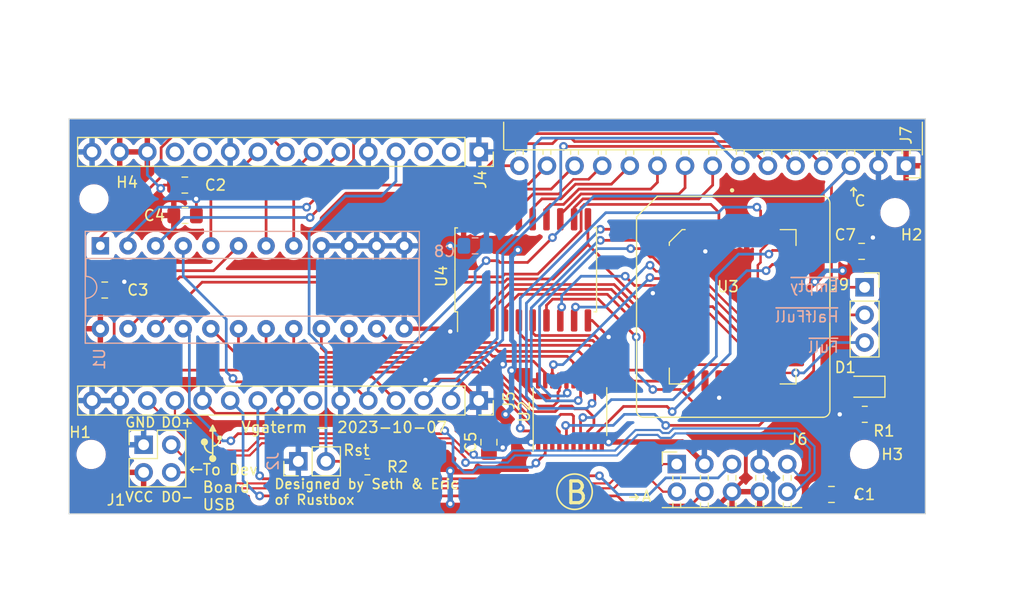
<source format=kicad_pcb>
(kicad_pcb (version 20221018) (generator pcbnew)
  (layers (0 "F.Cu" signal) (31 "B.Cu" signal) (34 "B.Paste" user) (35 "F.Paste" user) (36 "B.SilkS" user "B.Silkscreen") (37 "F.SilkS" user "F.Silkscreen") (38 "B.Mask" user) (39 "F.Mask" user) (44 "Edge.Cuts" user))
  (net 0 "")
  (net 1 "GND")
  (net 2 "VCC")
  (net 3 "Net-(D1-K)")
  (net 4 "/P1")
  (net 5 "/P4")
  (net 6 "/P7")
  (net 7 "/KB_{Rx}")
  (net 8 "/KB_{Tx}")
  (net 9 "/SIO1")
  (net 10 "/CS")
  (net 11 "/SIO3")
  (net 12 "/SIO2")
  (net 13 "/SCLK")
  (net 14 "/SIO0")
  (net 15 "/Half")
  (net 18 "/Rst")
  (net 21 "/~{StartFrame}")
  (net 22 "/DO+")
  (net 23 "/DO-")
  (net 24 "/D7")
  (net 25 "/D6")
  (net 26 "/D5")
  (net 27 "/D4")
  (net 28 "/D3")
  (net 29 "/D2")
  (net 30 "/D1")
  (net 31 "/D0")
  (net 32 "/Clk")
  (net 33 "/Vis")
  (net 34 "/Q7")
  (net 35 "/Q6")
  (net 36 "/Q5")
  (net 37 "/Q4")
  (net 38 "/Q3")
  (net 39 "/Q2")
  (net 40 "/Q1")
  (net 41 "/Q0")
  (net 42 "/Empty")
  (net 43 "/HalfFull")
  (net 44 "/Full")
  (net 45 "/P6")
  (net 46 "/P5")
  (net 47 "/P3")
  (net 48 "/P2")
  (net 49 "/P0")
  (net 50 "/Clk_{pixel}")
  (net 51 "/L4")
  (net 52 "/L5")
  (net 53 "/L6")
  (net 54 "/L7")
  (net 55 "/L3")
  (net 56 "/L2")
  (net 57 "/L1")
  (net 58 "/L0")
  (net 64 "/U0Rxd")
  (net 65 "/U0Txd")
  (net 66 "/U-")
  (net 67 "/U+")
  (footprint "MountingHole:MountingHole_2.2mm_M2" (layer "F.Cu") (at 141.224 57.15)
    (fp_text reference "H2")
    (fp_text value "MountingHole")
  )
  (footprint "LED_SMD:LED_0805_2012Metric_Pad1.15x1.40mm_HandSolder" (layer "F.Cu") (at 138.438999 73.152 180)
    (fp_text reference "D1")
    (fp_text value "LED")
  )
  (footprint "Connector_PinSocket_2.54mm:PinSocket_1x03_P2.54mm_Vertical" (layer "F.Cu") (at 138.43 64.008)
    (fp_text reference "J9")
    (fp_text value "Conn_01x03_Socket")
  )
  (footprint "Resistor_SMD:R_0805_2012Metric_Pad1.20x1.40mm_HandSolder" (layer "F.Cu") (at 92.71 80.518)
    (fp_text reference "R2")
    (fp_text value "R")
  )
  (footprint "Connector_PinSocket_2.54mm:PinSocket_1x15_P2.54mm_Vertical" (layer "F.Cu") (at 102.955 74.422 -90)
    (fp_text reference "J5")
    (fp_text value "Conn_01x15_Socket")
  )
  (footprint "Connector_PinSocket_2.54mm:PinSocket_2x05_P2.54mm_Horizontal" (layer "F.Cu") (at 121.158 80.264 90)
    (fp_text reference "J6")
    (fp_text value "Conn_01x10")
  )
  (footprint "Connector_PinHeader_2.54mm:PinHeader_1x02_P2.54mm_Vertical" (layer "F.Cu") (at 86.36 80.01 90)
    (fp_text reference "J2")
    (fp_text value "Rst")
  )
  (footprint "Resistor_SMD:R_0805_2012Metric_Pad1.20x1.40mm_HandSolder" (layer "F.Cu") (at 138.446 75.692 180)
    (fp_text reference "R1")
    (fp_text value "R")
  )
  (footprint "Package_SO:SOIC-20W_7.5x12.8mm_P1.27mm" (layer "F.Cu") (at 107.273 62.406 90)
    (fp_text reference "U4")
    (fp_text value "74HCT574")
  )
  (footprint "Connector_PinSocket_2.54mm:PinSocket_1x15_P2.54mm_Horizontal" (layer "F.Cu") (at 142.24 52.832 -90)
    (fp_text reference "J7")
    (fp_text value "Conn_01x15")
  )
  (footprint "Connector_PinHeader_2.54mm:PinHeader_2x02_P2.54mm_Vertical" (layer "F.Cu") (at 72.136 78.486)
    (fp_text reference "J1")
    (fp_text value "Conn_01x04")
  )
  (footprint "Capacitor_SMD:C_0805_2012Metric_Pad1.18x1.45mm_HandSolder" (layer "F.Cu") (at 75.9245 54.61 180)
    (fp_text reference "C2")
    (fp_text value "10uF")
  )
  (footprint "Capacitor_SMD:C_0805_2012Metric_Pad1.18x1.45mm_HandSolder" (layer "F.Cu") (at 75.946 57.404 180)
    (fp_text reference "C4")
    (fp_text value "10uF")
  )
  (footprint "MountingHole:MountingHole_2.2mm_M2" (layer "F.Cu") (at 67.564 55.88)
    (fp_text reference "H4")
    (fp_text value "MountingHole")
  )
  (footprint "Package_SO:TSSOP-20_4.4x6.5mm_P0.65mm" (layer "F.Cu") (at 111.337 75.438 90)
    (fp_text reference "U2")
    (fp_text value "74AHCT244")
  )
  (footprint "plcc32:plcc32-socket" (layer "F.Cu") (at 126.3483 65.801)
    (fp_text reference "U3")
    (fp_text value "IDT7205L12JG")
  )
  (footprint "Capacitor_SMD:C_0805_2012Metric_Pad1.18x1.45mm_HandSolder" (layer "F.Cu") (at 135.382 83.058 180)
    (fp_text reference "C1")
    (fp_text value "10uF")
  )
  (footprint "Capacitor_SMD:C_0805_2012Metric_Pad1.18x1.45mm_HandSolder" (layer "F.Cu") (at 103.886 78.2535 90)
    (fp_text reference "C5")
    (fp_text value "100nF")
  )
  (footprint "Connector_PinSocket_2.54mm:PinSocket_1x15_P2.54mm_Vertical" (layer "F.Cu") (at 102.955 51.562 -90)
    (fp_text reference "J4")
    (fp_text value "Conn_01x15_Socket")
  )
  (footprint "MountingHole:MountingHole_2.2mm_M2" (layer "F.Cu") (at 138.43 79.375)
    (fp_text reference "H3")
    (fp_text value "MountingHole")
  )
  (footprint "Capacitor_SMD:C_0805_2012Metric_Pad1.18x1.45mm_HandSolder" (layer "F.Cu") (at 138.1545 60.706 180)
    (fp_text reference "C7")
    (fp_text value "100nF")
  )
  (footprint "MountingHole:MountingHole_2.2mm_M2" (layer "F.Cu") (at 67.31 79.375)
    (fp_text reference "H1")
    (fp_text value "MountingHole")
  )
  (footprint "Capacitor_SMD:C_0805_2012Metric_Pad1.18x1.45mm_HandSolder" (layer "F.Cu") (at 68.5585 64.262 180)
    (fp_text reference "C3")
    (fp_text value "100nF")
  )
  (footprint "Capacitor_SMD:C_0805_2012Metric_Pad1.18x1.45mm_HandSolder" (layer "B.Cu") (at 102.616 60.198 180)
    (fp_text reference "C8")
    (fp_text value "100nF")
  )
  (footprint "Package_DIP:DIP-24_W7.62mm_Socket" (layer "B.Cu") (at 68.157 60.198 -90)
    (fp_text reference "U1")
    (fp_text value "GAL22V10")
  )
  (gr_circle (center 77.724 78.232) (end 77.978 78.232) (stroke (width 0.15)) (fill solid) (layer "F.SilkS"))
  (gr_line (start 117.602 83.312) (end 117.348 83.566) (stroke (width 0.15)) (layer "F.SilkS"))
  (gr_rect (start 78.994 77.724) (end 79.248 77.978) (stroke (width 0.15)) (fill solid) (layer "F.SilkS"))
  (gr_line (start 77.47 80.772) (end 76.454 80.772) (stroke (width 0.15)) (layer "F.SilkS"))
  (gr_line (start 76.454 80.772) (end 76.708 80.518) (stroke (width 0.15)) (layer "F.SilkS"))
  (gr_poly (pts (xy 78.74 77.216) (xy 78.486 76.708) (xy 78.232 77.216)) (stroke (width 0.15)) (fill solid) (layer "F.SilkS"))
  (gr_arc (start 78.486 79.248) (mid 77.947185 79.024815) (end 77.724 78.486) (stroke (width 0.15)) (layer "F.SilkS"))
  (gr_line (start 137.414 54.864001) (end 137.16 55.118) (stroke (width 0.15)) (layer "F.SilkS"))
  (gr_line (start 116.84 83.312) (end 117.602 83.312) (stroke (width 0.15)) (layer "F.SilkS"))
  (gr_line (start 137.414 55.626) (end 137.414 54.864001) (stroke (width 0.15)) (layer "F.SilkS"))
  (gr_line (start 78.486 79.502) (end 78.486 77.216) (stroke (width 0.15)) (layer "F.SilkS"))
  (gr_circle (center 111.76 82.804) (end 113.03 81.788) (stroke (width 0.15)) (fill none) (layer "F.SilkS"))
  (gr_circle (center 78.486 79.756) (end 78.74 79.756) (stroke (width 0.15)) (fill solid) (layer "F.SilkS"))
  (gr_arc (start 79.121 77.978) (mid 78.935013 78.427013) (end 78.486 78.613) (stroke (width 0.15)) (layer "F.SilkS"))
  (gr_line (start 117.348 83.058) (end 117.602 83.312) (stroke (width 0.15)) (layer "F.SilkS"))
  (gr_line (start 137.414 54.864001) (end 137.668 55.118) (stroke (width 0.15)) (layer "F.SilkS"))
  (gr_line (start 76.454 80.772) (end 76.708 81.026) (stroke (width 0.15)) (layer "F.SilkS"))
  (gr_line (start 65.278 53.34) (end 65.278 48.514) (stroke (width 0.1)) (layer "Edge.Cuts"))
  (gr_line (start 144.018 48.514) (end 65.278 48.514) (stroke (width 0.1)) (layer "Edge.Cuts"))
  (gr_line (start 65.278 53.34) (end 65.278 84.836) (stroke (width 0.1)) (layer "Edge.Cuts"))
  (gr_line (start 144.018 84.836) (end 144.018 48.514) (stroke (width 0.1)) (layer "Edge.Cuts"))
  (gr_line (start 144.018 84.836) (end 65.278 84.836) (stroke (width 0.1)) (layer "Edge.Cuts"))
  (gr_text "~{Full}" (at 136.144 70.104) (layer "B.SilkS") (effects (font (size 1 1)) (justify left bottom mirror)))
  (gr_text "~{Empty}" (at 136.144 64.516) (layer "B.SilkS") (effects (font (size 1 1)) (justify left bottom mirror)))
  (gr_text "~{HalfFull}" (at 136.144 67.31) (layer "B.SilkS") (effects (font (size 1 1)) (justify left bottom mirror)))
  (gr_text "VCC" (at 70.358 83.82) (layer "F.SilkS") (effects (font (size 0.9 0.9)) (justify left bottom)))
  (gr_text "To Dev \nBoard\nUSB" (at 77.47 84.582) (layer "F.SilkS") (effects (font (size 1 1)) (justify left bottom)))
  (gr_text "C" (at 137.414 56.642) (layer "F.SilkS") (effects (font (size 1 1)) (justify left bottom)))
  (gr_text "Designed by Seth & Eric\nof Rustbox" (at 84.074 84.074) (layer "F.SilkS") (effects (font (size 0.9 0.9)) (justify left bottom)))
  (gr_text "DO-" (at 73.66 83.82) (layer "F.SilkS") (effects (font (size 0.9 0.9)) (justify left bottom)))
  (gr_text "Vgaterm - 2023-10-07" (at 81.026 77.47) (layer "F.SilkS") (effects (font (size 1 1)) (justify left bottom)))
  (gr_text "DO+" (at 73.66 76.962) (layer "F.SilkS") (effects (font (size 0.9 0.9)) (justify left bottom)))
  (gr_text "A" (at 117.856 83.82) (layer "F.SilkS") (effects (font (size 1 1)) (justify left bottom)))
  (gr_text "GND" (at 70.358 76.962) (layer "F.SilkS") (effects (font (size 0.9 0.9)) (justify left bottom)))
  (gr_text "B" (at 110.744 84.074) (layer "F.SilkS") (effects (font (size 2 2) (thickness 0.3)) (justify left bottom)))
  (segment (start 119.01025 64.49475) (end 118.957 64.548) (width 0.25) (layer "F.Cu") (net 1))
  (segment (start 105.4305 70.808) (end 107.983041 70.808) (width 0.25) (layer "F.Cu") (net 1))
  (segment (start 120.735 64.49475) (end 119.01025 64.49475) (width 0.25) (layer "F.Cu") (net 1))
  (segment (start 121.666 78.232) (end 114.893 78.232) (width 0.5) (layer "F.Cu") (net 1))
  (segment (start 76.9835 55.9015) (end 76.962 55.88) (width 0.25) (layer "F.Cu") (net 1))
  (segment (start 84 75.597) (end 78.73 75.597) (width 0.25) (layer "F.Cu") (net 1))
  (segment (start 114.262 78.3005) (end 114.8245 78.3005) (width 0.25) (layer "F.Cu") (net 1))
  (segment (start 113.369 67.056) (end 114.893 68.58) (width 0.25) (layer "F.Cu") (net 1))
  (segment (start 101.0595 72.5265) (end 98.044 72.5265) (width 0.4) (layer "F.Cu") (net 1))
  (segment (start 69.596 64.262) (end 70.358 63.5) (width 0.25) (layer "F.Cu") (net 1))
  (segment (start 112.988 67.056) (end 113.369 67.056) (width 0.25) (layer "F.Cu") (net 1))
  (segment (start 76.9835 57.404) (end 76.9835 55.9015) (width 0.25) (layer "F.Cu") (net 1))
  (segment (start 137.446 75.692) (end 136.144 75.692) (width 0.25) (layer "F.Cu") (net 1))
  (segment (start 109.062 71.886959) (end 109.062 72.5755) (width 0.25) (layer "F.Cu") (net 1))
  (segment (start 139.192 60.706) (end 139.192 59.436) (width 0.25) (layer "F.Cu") (net 1))
  (segment (start 105.156 71.0825) (end 105.4305 70.808) (width 0.25) (layer "F.Cu") (net 1))
  (segment (start 102.955 74.422) (end 101.0595 72.5265) (width 0.4) (layer "F.Cu") (net 1))
  (segment (start 107.983041 70.808) (end 109.062 71.886959) (width 0.25) (layer "F.Cu") (net 1))
  (segment (start 104.097 79.291) (end 104.648 78.74) (width 0.3) (layer "F.Cu") (net 1))
  (segment (start 101.558 67.056) (end 100.33 67.056) (width 0.25) (layer "F.Cu") (net 1))
  (segment (start 104.648 78.74) (end 105.156 78.74) (width 0.3) (layer "F.Cu") (net 1))
  (segment (start 123.752466 60.675466) (end 123.783 60.706) (width 0.25) (layer "F.Cu") (net 1))
  (segment (start 78.73 75.597) (end 77.555 74.422) (width 0.25) (layer "F.Cu") (net 1))
  (segment (start 85.175 74.422) (end 84 75.597) (width 0.25) (layer "F.Cu") (net 1))
  (segment (start 100.33 68.072) (end 100.33 67.056) (width 0.25) (layer "F.Cu") (net 1))
  (segment (start 125.031632 72.6385) (end 125.031632 74.146632) (width 0.25) (layer "F.Cu") (net 1))
  (segment (start 125.031632 74.146632) (end 125.053 74.168) (width 0.25) (layer "F.Cu") (net 1))
  (segment (start 103.886 79.291) (end 104.097 79.291) (width 0.4) (layer "F.Cu") (net 1))
  (segment (start 76.962 54.61) (end 76.962 55.88) (width 0.25) (layer "F.Cu") (net 1))
  (segment (start 107.8495 78.3005) (end 107.781 78.232) (width 0.25) (layer "F.Cu") (net 1))
  (segment (start 108.412 78.3005) (end 107.8495 78.3005) (width 0.25) (layer "F.Cu") (net 1))
  (segment (start 114.8245 78.3005) (end 114.893 78.232) (width 0.25) (layer "F.Cu") (net 1))
  (segment (start 136.4195 83.058) (end 137.414 83.058) (width 0.25) (layer "F.Cu") (net 1))
  (segment (start 123.752466 58.9635) (end 123.752466 60.675466) (width 0.25) (layer "F.Cu") (net 1))
  (segment (start 100.33 67.818) (end 96.097 67.818) (width 0.4) (layer "F.Cu") (net 1))
  (segment (start 137.414 83.058) (end 137.668 83.312) (width 0.25) (layer "F.Cu") (net 1))
  (segment (start 123.698 80.264) (end 121.666 78.232) (width 0.5) (layer "F.Cu") (net 1))
  (via (at 105.156 78.74) (size 0.8) (drill 0.4) (layers "F.Cu" "B.Cu") (net 1))
  (via (at 76.962 55.88) (size 0.8) (drill 0.4) (layers "F.Cu" "B.Cu") (net 1))
  (via (at 105.156 71.0825) (size 0.8) (drill 0.4) (layers "F.Cu" "B.Cu") (net 1))
  (via (at 136.144 75.692) (size 0.8) (drill 0.4) (layers "F.Cu" "B.Cu") (net 1))
  (via (at 70.358 63.5) (size 0.8) (drill 0.4) (layers "F.Cu" "B.Cu") (net 1))
  (via (at 114.893 68.58) (size 0.8) (drill 0.4) (layers "F.Cu" "B.Cu") (net 1))
  (via (at 123.783 60.706) (size 0.8) (drill 0.4) (layers "F.Cu" "B.Cu") (net 1))
  (via (at 100.33 68.072) (size 0.8) (drill 0.4) (layers "F.Cu" "B.Cu") (net 1))
  (via (at 139.192 59.436) (size 0.8) (drill 0.4) (layers "F.Cu" "B.Cu") (net 1))
  (via (at 137.668 83.312) (size 0.8) (drill 0.4) (layers "F.Cu" "B.Cu") (net 1))
  (via (at 114.893 78.232) (size 0.8) (drill 0.4) (layers "F.Cu" "B.Cu") (net 1))
  (via (at 125.053 74.168) (size 0.8) (drill 0.4) (layers "F.Cu" "B.Cu") (net 1))
  (via (at 118.957 64.548) (size 0.8) (drill 0.4) (layers "F.Cu" "B.Cu") (net 1))
  (via (at 107.781 78.232) (size 0.8) (drill 0.4) (layers "F.Cu" "B.Cu") (net 1))
  (via (at 98.044 72.5265) (size 0.8) (drill 0.4) (layers "F.Cu" "B.Cu") (net 1))
  (segment (start 102.616 74.422) (end 100.838 76.2) (width 0.35) (layer "B.Cu") (net 1))
  (segment (start 103.632 60.198) (end 102.362 61.468) (width 0.5) (layer "B.Cu") (net 1))
  (segment (start 128.778 80.264) (end 129.54 81.026) (width 0.5) (layer "B.Cu") (net 1))
  (segment (start 98.044 70.358) (end 100.33 68.072) (width 0.25) (layer "B.Cu") (net 1))
  (segment (start 129.54 81.026) (end 130.048 81.534) (width 0.5) (layer "B.Cu") (net 1))
  (segment (start 103.6535 60.198) (end 103.632 60.198) (width 0.25) (layer "B.Cu") (net 1))
  (segment (start 130.048 81.534) (end 130.048 83.82) (width 0.35) (layer "B.Cu") (net 1))
  (segment (start 102.955 74.422) (end 102.616 74.422) (width 0.25) (layer "B.Cu") (net 1))
  (segment (start 98.044 72.5265) (end 98.044 70.358) (width 0.25) (layer "B.Cu") (net 1))
  (segment (start 105.41 75.692) (end 105.41 77.47) (width 0.5) (layer "F.Cu") (net 2))
  (segment (start 105.41 77.47) (end 106.172 78.232) (width 0.5) (layer "F.Cu") (net 2))
  (segment (start 74.887 54.61) (end 74.007598 54.61) (width 0.25) (layer "F.Cu") (net 2))
  (segment (start 126.238 82.804) (end 127.254 81.788) (width 0.35) (layer "F.Cu") (net 2))
  (segment (start 104.696768 80.977232) (end 100.535232 80.977232) (width 0.5) (layer "F.Cu") (net 2))
  (segment (start 104.902 80.772) (end 104.696768 80.977232) (width 0.5) (layer "F.Cu") (net 2))
  (segment (start 127.508 81.534) (end 127.508 79.248) (width 0.35) (layer "F.Cu") (net 2))
  (segment (start 108.412 72.5755) (end 106.582287 72.5755) (width 0.25) (layer "F.Cu") (net 2))
  (segment (start 131.86 64.49475) (end 132.86325 64.49475) (width 0.25) (layer "F.Cu") (net 2))
  (segment (start 106.582287 72.5755) (end 105.968716 71.961929) (width 0.25) (layer "F.Cu") (net 2))
  (segment (start 100.4505 80.8925) (end 100.33 80.8925) (width 0.5) (layer "F.Cu") (net 2))
  (segment (start 115.316 84.582) (end 124.46 84.582) (width 0.45) (layer "F.Cu") (net 2))
  (segment (start 127.254 81.788) (end 127.508 81.534) (width 0.35) (layer "F.Cu") (net 2))
  (segment (start 74.007598 54.61) (end 73.706799 54.910799) (width 0.25) (layer "F.Cu") (net 2))
  (segment (start 106.172 78.232) (end 106.172 79.502) (width 0.5) (layer "F.Cu") (net 2))
  (segment (start 124.46 84.582) (end 126.238 82.804) (width 0.45) (layer "F.Cu") (net 2))
  (segment (start 106.172 79.502) (end 104.902 80.772) (width 0.5) (layer "F.Cu") (net 2))
  (segment (start 115.062 84.328) (end 115.316 84.582) (width 0.45) (layer "F.Cu") (net 2))
  (segment (start 105.968716 71.961929) (end 105.968716 71.664306) (width 0.25) (layer "F.Cu") (net 2))
  (segment (start 132.86325 64.49475) (end 133.858 63.5) (width 0.4) (layer "F.Cu") (net 2))
  (segment (start 100.535232 80.977232) (end 100.4505 80.8925) (width 0.5) (layer "F.Cu") (net 2))
  (via (at 106.552647 60.578647) (size 0.8) (drill 0.4) (layers "F.Cu" "B.Cu") (net 2))
  (via (at 100.33 60.198) (size 0.8) (drill 0.4) (layers "F.Cu" "B.Cu") (net 2))
  (via (at 105.968716 71.664306) (size 0.8) (drill 0.4) (layers "F.Cu" "B.Cu") (net 2))
  (via (at 100.33 83.916) (size 0.8) (drill 0.4) (layers "F.Cu" "B.Cu") (net 2))
  (via (at 133.858 63.5) (size 0.8) (drill 0.4) (layers "F.Cu" "B.Cu") (net 2))
  (via (at 136.398 62.484) (size 0.8) (drill 0.4) (layers "F.Cu" "B.Cu") (net 2))
  (via (at 105.41 75.692) (size 0.8) (drill 0.4) (layers "F.Cu" "B.Cu") (net 2))
  (via (at 100.33 80.8925) (size 0.8) (drill 0.4) (layers "F.Cu" "B.Cu") (net 2))
  (via (at 73.706799 54.910799) (size 0.8) (drill 0.4) (layers "F.Cu" "B.Cu") (net 2))
  (segment (start 105.968716 75.133284) (end 105.41 75.692) (width 0.5) (layer "B.Cu") (net 2))
  (segment (start 106.215 69.131) (end 106.215 71.418022) (width 0.45) (layer "B.Cu") (net 2))
  (segment (start 134.874 62.484) (end 136.398 62.484) (width 0.4) (layer "B.Cu") (net 2))
  (segment (start 100.33 80.8925) (end 100.33 83.916) (width 0.5) (layer "B.Cu") (net 2))
  (segment (start 105.968716 68.884716) (end 106.215 69.131) (width 0.45) (layer "B.Cu") (net 2))
  (segment (start 105.968716 61.264716) (end 105.968716 68.884716) (width 0.45) (layer "B.Cu") (net 2))
  (segment (start 105.968716 61.162578) (end 106.552647 60.578647) (width 0.45) (layer "B.Cu") (net 2))
  (segment (start 101.5785 60.198) (end 100.33 60.198) (width 0.25) (layer "B.Cu") (net 2))
  (segment (start 133.858 63.5) (end 134.874 62.484) (width 0.4) (layer "B.Cu") (net 2))
  (segment (start 73.706799 54.910799) (end 72.475 53.679) (width 0.25) (layer "B.Cu") (net 2))
  (segment (start 105.968716 61.264716) (end 105.968716 61.162578) (width 0.45) (layer "B.Cu") (net 2))
  (segment (start 106.215 71.418022) (end 105.968716 71.664306) (width 0.45) (layer "B.Cu") (net 2))
  (segment (start 105.968716 71.664306) (end 105.968716 75.133284) (width 0.5) (layer "B.Cu") (net 2))
  (segment (start 72.475 53.679) (end 72.475 51.562) (width 0.25) (layer "B.Cu") (net 2))
  (segment (start 139.446 75.692) (end 139.446 73.169999) (width 0.25) (layer "F.Cu") (net 3))
  (segment (start 109.22 52.832) (end 107.522 54.53) (width 0.25) (layer "F.Cu") (net 4))
  (segment (start 107.522 54.53) (end 106.299 54.53) (width 0.25) (layer "F.Cu") (net 4))
  (segment (start 106.299 54.53) (end 104.098 56.731) (width 0.25) (layer "F.Cu") (net 4))
  (segment (start 104.098 56.731) (end 104.098 57.756) (width 0.25) (layer "F.Cu") (net 4))
  (segment (start 108.759 55.88) (end 107.908 56.731) (width 0.25) (layer "F.Cu") (net 5))
  (segment (start 110.49 55.88) (end 108.759 55.88) (width 0.25) (layer "F.Cu") (net 5))
  (segment (start 107.908 56.731) (end 107.908 57.756) (width 0.25) (layer "F.Cu") (net 5))
  (segment (start 116.84 52.832) (end 115.142 54.53) (width 0.25) (layer "F.Cu") (net 5))
  (segment (start 111.84 54.53) (end 110.49 55.88) (width 0.25) (layer "F.Cu") (net 5))
  (segment (start 115.142 54.53) (end 111.84 54.53) (width 0.25) (layer "F.Cu") (net 5))
  (segment (start 123.19 55.88) (end 124.46 54.61) (width 0.25) (layer "F.Cu") (net 6))
  (segment (start 111.718 56.692853) (end 112.530853 55.88) (width 0.25) (layer "F.Cu") (net 6))
  (segment (start 112.530853 55.88) (end 123.19 55.88) (width 0.25) (layer "F.Cu") (net 6))
  (segment (start 111.718 57.756) (end 111.718 56.692853) (width 0.25) (layer "F.Cu") (net 6))
  (segment (start 124.46 54.61) (end 124.46 52.832) (width 0.25) (layer "F.Cu") (net 6))
  (segment (start 104.58463 68.77063) (end 104.648 68.70726) (width 0.25) (layer "B.Cu") (net 7))
  (segment (start 108.045 50.959) (end 108.458 50.546) (width 0.25) (layer "B.Cu") (net 7))
  (segment (start 124.46 50.292) (end 108.712 50.292) (width 0.25) (layer "B.Cu") (net 7))
  (segment (start 100.77463 72.58063) (end 104.58463 68.77063) (width 0.25) (layer "B.Cu") (net 7))
  (segment (start 97.875 74.208605) (end 99.502975 72.58063) (width 0.25) (layer "B.Cu") (net 7))
  (segment (start 104.648 65.024) (end 104.648 60.822299) (width 0.25) (layer "B.Cu") (net 7))
  (segment (start 99.502975 72.58063) (end 100.77463 72.58063) (width 0.25) (layer "B.Cu") (net 7))
  (segment (start 108.712 50.292) (end 108.458 50.546) (width 0.25) (layer "B.Cu") (net 7))
  (segment (start 104.648 68.70726) (end 104.648 65.024) (width 0.25) (layer "B.Cu") (net 7))
  (segment (start 127 52.832) (end 124.46 50.292) (width 0.25) (layer "B.Cu") (net 7))
  (segment (start 97.875 74.422) (end 97.875 74.208605) (width 0.25) (layer "B.Cu") (net 7))
  (segment (start 104.648 60.822299) (end 105.72215 59.748149) (width 0.25) (layer "B.Cu") (net 7))
  (segment (start 105.72215 59.748149) (end 108.045 57.425299) (width 0.25) (layer "B.Cu") (net 7))
  (segment (start 108.045 57.425299) (end 108.045 50.959) (width 0.25) (layer "B.Cu") (net 7))
  (segment (start 110.744 51.054) (end 127.762 51.054) (width 0.25) (layer "F.Cu") (net 8))
  (segment (start 127.762 51.054) (end 129.54 52.832) (width 0.25) (layer "F.Cu") (net 8))
  (via (at 110.744 51.054) (size 0.8) (drill 0.4) (layers "F.Cu" "B.Cu") (net 8))
  (segment (start 105.156 68.835656) (end 105.156 64.516) (width 0.25) (layer "B.Cu") (net 8))
  (segment (start 105.156 60.950695) (end 110.49 55.616695) (width 0.25) (layer "B.Cu") (net 8))
  (segment (start 100.415 74.422) (end 100.415 73.576656) (width 0.25) (layer "B.Cu") (net 8))
  (segment (start 100.415 73.576656) (end 105.156 68.835656) (width 0.25) (layer "B.Cu") (net 8))
  (segment (start 110.49 55.616695) (end 110.49 51.308) (width 0.25) (layer "B.Cu") (net 8))
  (segment (start 105.156 64.516) (end 105.156 60.950695) (width 0.25) (layer "B.Cu") (net 8))
  (segment (start 110.49 51.308) (end 110.744 51.054) (width 0.25) (layer "B.Cu") (net 8))
  (segment (start 78.571 62.484) (end 80.857 60.198) (width 0.25) (layer "F.Cu") (net 9))
  (segment (start 82.127 72.252) (end 81.503 71.628) (width 0.25) (layer "F.Cu") (net 9))
  (segment (start 81.503 71.628) (end 71.882 71.628) (width 0.25) (layer "F.Cu") (net 9))
  (segment (start 71.882 71.628) (end 69.427 69.173) (width 0.25) (layer "F.Cu") (net 9))
  (segment (start 93.165 72.252) (end 82.127 72.252) (width 0.25) (layer "F.Cu") (net 9))
  (segment (start 73.491 62.484) (end 78.571 62.484) (width 0.25) (layer "F.Cu") (net 9))
  (segment (start 95.335 74.422) (end 93.165 72.252) (width 0.25) (layer "F.Cu") (net 9))
  (segment (start 69.427 69.173) (end 69.427 66.548) (width 0.25) (layer "F.Cu") (net 9))
  (segment (start 69.427 66.548) (end 73.491 62.484) (width 0.25) (layer "F.Cu") (net 9))
  (segment (start 85.937 55.88) (end 90.255 51.562) (width 0.25) (layer "F.Cu") (net 11))
  (segment (start 85.937 59.436) (end 85.937 55.88) (width 0.25) (layer "F.Cu") (net 11))
  (segment (start 83.397 55.88) (end 87.715 51.562) (width 0.25) (layer "F.Cu") (net 12))
  (segment (start 83.397 59.436) (end 83.397 55.88) (width 0.25) (layer "F.Cu") (net 12))
  (segment (start 68.157 59.436) (end 73.745 53.848) (width 0.25) (layer "F.Cu") (net 13))
  (segment (start 74.877299 50.038) (end 83.651 50.038) (width 0.25) (layer "F.Cu") (net 13))
  (segment (start 73.745 53.848) (end 73.745 51.170299) (width 0.25) (layer "F.Cu") (net 13))
  (segment (start 73.745 51.170299) (end 74.877299 50.038) (width 0.25) (layer "F.Cu") (net 13))
  (segment (start 83.651 50.038) (end 85.175 51.562) (width 0.25) (layer "F.Cu") (net 13))
  (segment (start 82.635 51.562) (end 78.317 55.88) (width 0.25) (layer "F.Cu") (net 14))
  (segment (start 78.317 55.88) (end 78.317 59.436) (width 0.25) (layer "F.Cu") (net 14))
  (segment (start 112.363 56.684249) (end 112.659249 56.388) (width 0.25) (layer "F.Cu") (net 15))
  (segment (start 75.465 63.05) (end 105.098 63.05) (width 0.25) (layer "F.Cu") (net 15))
  (segment (start 112.659249 56.388) (end 124.291 56.388) (width 0.25) (layer "F.Cu") (net 15))
  (segment (start 105.098 63.05) (end 105.352 62.796) (width 0.25) (layer "F.Cu") (net 15))
  (segment (start 125.031632 57.128632) (end 125.031632 58.9635) (width 0.25) (layer "F.Cu") (net 15))
  (segment (start 124.291 56.388) (end 125.031632 57.128632) (width 0.25) (layer "F.Cu") (net 15))
  (segment (start 108.374751 62.796) (end 112.363 58.807751) (width 0.25) (layer "F.Cu") (net 15))
  (segment (start 105.352 62.796) (end 108.374751 62.796) (width 0.25) (layer "F.Cu") (net 15))
  (segment (start 112.363 58.807751) (end 112.363 56.684249) (width 0.25) (layer "F.Cu") (net 15))
  (segment (start 70.697 67.818) (end 75.465 63.05) (width 0.25) (layer "F.Cu") (net 15))
  (segment (start 90.17 80.01) (end 90.678 80.518) (width 0.25) (layer "F.Cu") (net 18))
  (segment (start 90.678 80.518) (end 91.71 80.518) (width 0.25) (layer "F.Cu") (net 18))
  (segment (start 88.9 80.01) (end 90.17 80.01) (width 0.25) (layer "F.Cu") (net 18))
  (segment (start 93.98 55.626) (end 95.335 54.271) (width 0.25) (layer "B.Cu") (net 18))
  (segment (start 88.9 80.01) (end 88.9 69.824878) (width 0.25) (layer "B.Cu") (net 18))
  (segment (start 88.9 69.824878) (end 87.352 68.276878) (width 0.25) (layer "B.Cu") (net 18))
  (segment (start 95.335 54.271) (end 95.335 51.562) (width 0.25) (layer "B.Cu") (net 18))
  (segment (start 87.352 58.952) (end 90.678 55.626) (width 0.25) (layer "B.Cu") (net 18))
  (segment (start 90.678 55.626) (end 93.98 55.626) (width 0.25) (layer "B.Cu") (net 18))
  (segment (start 87.352 68.276878) (end 87.352 58.952) (width 0.25) (layer "B.Cu") (net 18))
  (segment (start 137.16 52.832) (end 135.382 54.61) (width 0.25) (layer "F.Cu") (net 21))
  (segment (start 135.382 63.264) (end 132.86 65.786) (width 0.25) (layer "F.Cu") (net 21))
  (segment (start 80.661 72.702) (end 91.075 72.702) (width 0.25) (layer "F.Cu") (net 21))
  (segment (start 80.349 72.39) (end 80.661 72.702) (width 0.25) (layer "F.Cu") (net 21))
  (segment (start 107.442 61.722) (end 109.728 59.436) (width 0.25) (layer "F.Cu") (net 21))
  (segment (start 91.075 72.702) (end 92.795 74.422) (width 0.25) (layer "F.Cu") (net 21))
  (segment (start 132.86 65.786) (end 131.86 65.786) (width 0.25) (layer "F.Cu") (net 21))
  (segment (start 135.382 54.61) (end 135.382 63.264) (width 0.25) (layer "F.Cu") (net 21))
  (segment (start 104.7435 61.5635) (end 104.902 61.722) (width 0.25) (layer "F.Cu") (net 21))
  (segment (start 104.902 61.722) (end 107.442 61.722) (width 0.25) (layer "F.Cu") (net 21))
  (segment (start 103.632 61.5635) (end 104.7435 61.5635) (width 0.25) (layer "F.Cu") (net 21))
  (via (at 103.632 61.5635) (size 0.8) (drill 0.4) (layers "F.Cu" "B.Cu") (net 21))
  (via (at 109.728 59.436) (size 0.8) (drill 0.4) (layers "F.Cu" "B.Cu") (net 21))
  (via (at 80.349 72.39) (size 0.8) (drill 0.4) (layers "F.Cu" "B.Cu") (net 21))
  (segment (start 134.366 55.626) (end 137.16 52.832) (width 0.25) (layer "B.Cu") (net 21))
  (segment (start 102.616 62.5795) (end 103.632 61.5635) (width 0.25) (layer "B.Cu") (net 21))
  (segment (start 109.728 59.436) (end 113.538 55.626) (width 0.25) (layer "B.Cu") (net 21))
  (segment (start 113.538 55.626) (end 134.366 55.626) (width 0.25) (layer "B.Cu") (net 21))
  (segment (start 102.616 63.490695) (end 102.616 62.5795) (width 0.25) (layer "B.Cu") (net 21))
  (segment (start 92.795 73.311695) (end 102.616 63.490695) (width 0.25) (layer "B.Cu") (net 21))
  (segment (start 75.777 60.198) (end 75.777 62.992) (width 0.25) (layer "B.Cu") (net 21))
  (segment (start 75.777 62.992) (end 79.732 66.947) (width 0.25) (layer "B.Cu") (net 21))
  (segment (start 79.732 71.773) (end 80.349 72.39) (width 0.25) (layer "B.Cu") (net 21))
  (segment (start 92.795 74.422) (end 92.795 73.311695) (width 0.25) (layer "B.Cu") (net 21))
  (segment (start 79.732 66.947) (end 79.732 71.773) (width 0.25) (layer "B.Cu") (net 21))
  (segment (start 114.9978 82.042) (end 78.232 82.042) (width 0.2) (layer "F.Cu") (net 22))
  (segment (start 119.882999 80.264) (end 121.158 80.264) (width 0.2) (layer "F.Cu") (net 22))
  (segment (start 118.837999 81.309) (end 119.882999 80.264) (width 0.2) (layer "F.Cu") (net 22))
  (segment (start 115.7308 81.309) (end 118.837999 81.309) (width 0.2) (layer "F.Cu") (net 22))
  (segment (start 114.9978 82.042) (end 115.7308 81.309) (width 0.2) (layer "F.Cu") (net 22))
  (segment (start 78.232 82.042) (end 74.676 78.486) (width 0.2) (layer "F.Cu") (net 22))
  (segment (start 115.374 82.492) (end 78.045603 82.492) (width 0.2) (layer "F.Cu") (net 23))
  (segment (start 115.374 82.492) (end 116.107 81.759) (width 0.2) (layer "F.Cu") (net 23))
  (segment (start 119.882999 82.804) (end 121.158 82.804) (width 0.2) (layer "F.Cu") (net 23))
  (segment (start 118.837999 81.759) (end 119.882999 82.804) (width 0.2) (layer "F.Cu") (net 23))
  (segment (start 78.045603 82.492) (end 76.579603 81.026) (width 0.2) (layer "F.Cu") (net 23))
  (segment (start 116.107 81.759) (end 118.837999 81.759) (width 0.2) (layer "F.Cu") (net 23))
  (segment (start 76.579603 81.026) (end 74.676 81.026) (width 0.2) (layer "F.Cu") (net 23))
  (segment (start 104.549396 69.088) (end 104.803396 69.342) (width 0.25) (layer "F.Cu") (net 24))
  (segment (start 104.803396 69.342) (end 113.115 69.342) (width 0.25) (layer "F.Cu") (net 24))
  (segment (start 113.115 69.342) (end 114.262 70.489) (width 0.25) (layer "F.Cu") (net 24))
  (segment (start 114.262 70.489) (end 114.262 72.5755) (width 0.25) (layer "F.Cu") (net 24))
  (segment (start 93.557 67.818) (end 94.827 69.088) (width 0.25) (layer "F.Cu") (net 24))
  (segment (start 94.827 69.088) (end 104.549396 69.088) (width 0.25) (layer "F.Cu") (net 24))
  (segment (start 104.377 69.552) (end 104.733 69.908) (width 0.25) (layer "F.Cu") (net 25))
  (segment (start 112.962 70.713) (end 112.962 72.5755) (width 0.25) (layer "F.Cu") (net 25))
  (segment (start 91.017 67.818) (end 91.017 69.173) (width 0.25) (layer "F.Cu") (net 25))
  (segment (start 112.157 69.908) (end 112.962 70.713) (width 0.25) (layer "F.Cu") (net 25))
  (segment (start 91.396 69.552) (end 104.377 69.552) (width 0.25) (layer "F.Cu") (net 25))
  (segment (start 91.017 69.173) (end 91.396 69.552) (width 0.25) (layer "F.Cu") (net 25))
  (segment (start 104.733 69.908) (end 112.157 69.908) (width 0.25) (layer "F.Cu") (net 25))
  (segment (start 111.083 70.358) (end 111.662 70.937) (width 0.25) (layer "F.Cu") (net 26))
  (segment (start 88.477 69.596) (end 88.883 70.002) (width 0.25) (layer "F.Cu") (net 26))
  (segment (start 104.225 70.358) (end 111.083 70.358) (width 0.25) (layer "F.Cu") (net 26))
  (segment (start 111.662 70.937) (end 111.662 72.5755) (width 0.25) (layer "F.Cu") (net 26))
  (segment (start 88.477 69.596) (end 88.477 67.818) (width 0.25) (layer "F.Cu") (net 26))
  (segment (start 88.883 70.002) (end 103.869 70.002) (width 0.25) (layer "F.Cu") (net 26))
  (segment (start 103.869 70.002) (end 104.225 70.358) (width 0.25) (layer "F.Cu") (net 26))
  (segment (start 85.937 69.85) (end 86.539 70.452) (width 0.25) (layer "F.Cu") (net 27))
  (segment (start 107.912188 74.93) (end 109.813 74.93) (width 0.25) (layer "F.Cu") (net 27))
  (segment (start 110.362 72.5755) (end 110.362 73.534) (width 0.25) (layer "F.Cu") (net 27))
  (segment (start 103.434188 70.452) (end 107.912188 74.93) (width 0.25) (layer "F.Cu") (net 27))
  (segment (start 85.937 69.85) (end 85.937 67.818) (width 0.25) (layer "F.Cu") (net 27))
  (segment (start 110.236 73.66) (end 110.236 74.507) (width 0.25) (layer "F.Cu") (net 27))
  (segment (start 86.539 70.452) (end 103.434188 70.452) (width 0.25) (layer "F.Cu") (net 27))
  (segment (start 110.236 74.507) (end 109.813 74.93) (width 0.25) (layer "F.Cu") (net 27))
  (segment (start 110.362 73.534) (end 110.236 73.66) (width 0.25) (layer "F.Cu") (net 27))
  (segment (start 111.506 74.93) (end 111.76 75.184) (width 0.25) (layer "F.Cu") (net 28))
  (segment (start 83.397 70.104) (end 84.195 70.902) (width 0.25) (layer "F.Cu") (net 28))
  (segment (start 112.776 75.184) (end 113.538 75.946) (width 0.25) (layer "F.Cu") (net 28))
  (segment (start 110.49 74.93) (end 111.506 74.93) (width 0.25) (layer "F.Cu") (net 28))
  (segment (start 111.76 75.184) (end 112.776 75.184) (width 0.25) (layer "F.Cu") (net 28))
  (segment (start 103.247792 70.902) (end 107.783792 75.438) (width 0.25) (layer "F.Cu") (net 28))
  (segment (start 109.982 75.438) (end 110.49 74.93) (width 0.25) (layer "F.Cu") (net 28))
  (segment (start 112.962 77.284) (end 112.962 78.3005) (width 0.25) (layer "F.Cu") (net 28))
  (segment (start 84.195 70.902) (end 103.247792 70.902) (width 0.25) (layer "F.Cu") (net 28))
  (segment (start 113.538 75.946) (end 113.538 76.708) (width 0.25) (layer "F.Cu") (net 28))
  (segment (start 107.783792 75.438) (end 109.982 75.438) (width 0.25) (layer "F.Cu") (net 28))
  (segment (start 113.538 76.708) (end 112.962 77.284) (width 0.25) (layer "F.Cu") (net 28))
  (segment (start 83.397 70.104) (end 83.397 67.818) (width 0.25) (layer "F.Cu") (net 28))
  (segment (start 111.662 78.3005) (end 111.662 75.848) (width 0.25) (layer "F.Cu") (net 29))
  (segment (start 111.506 75.692) (end 110.49 75.692) (width 0.25) (layer "F.Cu") (net 29))
  (segment (start 80.857 69.596) (end 80.857 67.818) (width 0.25) (layer "F.Cu") (net 29))
  (segment (start 111.662 75.848) (end 111.506 75.692) (width 0.25) (layer "F.Cu") (net 29))
  (segment (start 103.061396 71.352) (end 82.613 71.352) (width 0.25) (layer "F.Cu") (net 29))
  (segment (start 82.613 71.352) (end 80.857 69.596) (width 0.25) (layer "F.Cu") (net 29))
  (segment (start 110.49 75.692) (end 110.236 75.946) (width 0.25) (layer "F.Cu") (net 29))
  (segment (start 110.236 75.946) (end 107.655396 75.946) (width 0.25) (layer "F.Cu") (net 29))
  (segment (start 107.655396 75.946) (end 103.061396 71.352) (width 0.25) (layer "F.Cu") (net 29))
  (segment (start 109.813 76.708) (end 110.362 77.257) (width 0.25) (layer "F.Cu") (net 30))
  (segment (start 78.317 67.818) (end 78.837396 68.338396) (width 0.25) (layer "F.Cu") (net 30))
  (segment (start 107.781 76.708) (end 109.813 76.708) (width 0.25) (layer "F.Cu") (net 30))
  (segment (start 102.875 71.802) (end 107.781 76.708) (width 0.25) (layer "F.Cu") (net 30))
  (segment (start 82.313396 71.802) (end 102.875 71.802) (width 0.25) (layer "F.Cu") (net 30))
  (segment (start 110.362 77.257) (end 110.362 78.3005) (width 0.25) (layer "F.Cu") (net 30))
  (segment (start 82.313396 71.802) (end 78.329396 67.818) (width 0.25) (layer "F.Cu") (net 30))
  (segment (start 78.329396 67.818) (end 78.317 67.818) (width 0.25) (layer "F.Cu") (net 30))
  (segment (start 80.809444 77.47) (end 80.151423 78.128021) (width 0.25) (layer "F.Cu") (net 31))
  (segment (start 109.062 78.3005) (end 109.062 79.3145) (width 0.25) (layer "F.Cu") (net 31))
  (segment (start 99.547 77.47) (end 99.822 77.195) (width 0.25) (layer "F.Cu") (net 31))
  (segment (start 109.062 79.3145) (end 108.204 80.1725) (width 0.25) (layer "F.Cu") (net 31))
  (segment (start 80.809444 77.47) (end 99.547 77.47) (width 0.25) (layer "F.Cu") (net 31))
  (via (at 108.204 80.1725) (size 0.8) (drill 0.4) (layers "F.Cu" "B.Cu") (net 31))
  (via (at 80.151423 78.128021) (size 0.8) (drill 0.4) (layers "F.Cu" "B.Cu") (net 31))
  (via (at 99.822 77.195) (size 0.8) (drill 0.4) (layers "F.Cu" "B.Cu") (net 31))
  (segment (start 99.822 77.195) (end 100.584 77.957) (width 0.25) (layer "B.Cu") (net 31))
  (segment (start 76.339129 75.05783) (end 76.339129 68.380129) (width 0.25) (layer "B.Cu") (net 31))
  (segment (start 79.40932 78.128021) (end 76.339129 75.05783) (width 0.25) (layer "B.Cu") (net 31))
  (segment (start 102.87 80.552232) (end 107.824268 80.552232) (width 0.25) (layer "B.Cu") (net 31))
  (segment (start 101.610231 81.026) (end 102.396232 81.026) (width 0.25) (layer "B.Cu") (net 31))
  (segment (start 107.824268 80.552232) (end 108.204 80.1725) (width 0.25) (layer "B.Cu") (net 31))
  (segment (start 80.151423 78.128021) (end 79.40932 78.128021) (width 0.25) (layer "B.Cu") (net 31))
  (segment (start 100.584 79.999769) (end 101.610231 81.026) (width 0.25) (layer "B.Cu") (net 31))
  (segment (start 76.339129 68.380129) (end 75.777 67.818) (width 0.25) (layer "B.Cu") (net 31))
  (segment (start 102.396232 81.026) (end 102.87 80.552232) (width 0.25) (layer "B.Cu") (net 31))
  (segment (start 100.584 77.957) (end 100.584 79.999769) (width 0.25) (layer "B.Cu") (net 31))
  (segment (start 111.76 50.604) (end 129.852 50.604) (width 0.25) (layer "F.Cu") (net 32))
  (segment (start 87.43807 57.590212) (end 90.418282 54.61) (width 0.25) (layer "F.Cu") (net 32))
  (segment (start 111.485 50.329) (end 111.76 50.604) (width 0.25) (layer "F.Cu") (net 32))
  (segment (start 90.418282 54.61) (end 102.108 54.61) (width 0.25) (layer "F.Cu") (net 32))
  (segment (start 129.852 50.604) (end 132.08 52.832) (width 0.25) (layer "F.Cu") (net 32))
  (segment (start 102.108 54.56862) (end 105.87662 50.8) (width 0.25) (layer "F.Cu") (net 32))
  (segment (start 109.728 50.8) (end 110.199 50.329) (width 0.25) (layer "F.Cu") (net 32))
  (segment (start 110.199 50.329) (end 111.485 50.329) (width 0.25) (layer "F.Cu") (net 32))
  (segment (start 102.108 54.61) (end 102.108 54.56862) (width 0.25) (layer "F.Cu") (net 32))
  (segment (start 105.87662 50.8) (end 109.728 50.8) (width 0.25) (layer "F.Cu") (net 32))
  (via (at 87.43807 57.590212) (size 0.8) (drill 0.4) (layers "F.Cu" "B.Cu") (net 32))
  (segment (start 75.844788 57.590212) (end 87.43807 57.590212) (width 0.25) (layer "B.Cu") (net 32))
  (segment (start 73.237 60.198) (end 75.844788 57.590212) (width 0.25) (layer "B.Cu") (net 32))
  (segment (start 131.667 49.879) (end 134.62 52.832) (width 0.25) (layer "F.Cu") (net 33))
  (segment (start 91.44 52.324) (end 91.44 50.546) (width 0.25) (layer "F.Cu") (net 33))
  (segment (start 92.107 49.879) (end 131.667 49.879) (width 0.25) (layer "F.Cu") (net 33))
  (segment (start 87.122 56.642) (end 91.44 52.324) (width 0.25) (layer "F.Cu") (net 33))
  (segment (start 91.44 50.546) (end 92.107 49.879) (width 0.25) (layer "F.Cu") (net 33))
  (via (at 87.122 56.642) (size 0.8) (drill 0.4) (layers "F.Cu" "B.Cu") (net 33))
  (segment (start 87.122 56.642) (end 73.491 56.642) (width 0.25) (layer "B.Cu") (net 33))
  (segment (start 73.491 56.642) (end 70.697 59.436) (width 0.25) (layer "B.Cu") (net 33))
  (segment (start 111.718 67.056) (end 111.718 65.9555) (width 0.25) (layer "F.Cu") (net 34))
  (segment (start 130.016812 69.65975) (end 131.86 69.65975) (width 0.22) (layer "F.Cu") (net 34))
  (segment (start 126.143062 65.786) (end 130.016812 69.65975) (width 0.22) (layer "F.Cu") (net 34))
  (segment (start 111.718 65.9555) (end 111.845 65.8285) (width 0.25) (layer "F.Cu") (net 34))
  (segment (start 122.83025 62.54725) (end 126.069 65.786) (width 0.22) (layer "F.Cu") (net 34))
  (segment (start 126.069 65.786) (end 126.143062 65.786) (width 0.22) (layer "F.Cu") (net 34))
  (segment (start 119.265652 62.54725) (end 118.698701 61.980299) (width 0.22) (layer "F.Cu") (net 34))
  (segment (start 122.83025 62.54725) (end 119.265652 62.54725) (width 0.22) (layer "F.Cu") (net 34))
  (via (at 118.698701 61.980299) (size 0.8) (drill 0.4) (layers "F.Cu" "B.Cu") (net 34))
  (via (at 111.845 65.8285) (size 0.8) (drill 0.4) (layers "F.Cu" "B.Cu") (net 34))
  (segment (start 114.605805 65.8285) (end 117.954604 62.479701) (width 0.25) (layer "B.Cu") (net 34))
  (segment (start 118.698701 61.980299) (end 118.454006 61.980299) (width 0.22) (layer "B.Cu") (net 34))
  (segment (start 111.845 65.8285) (end 114.605805 65.8285) (width 0.25) (layer "B.Cu") (net 34))
  (segment (start 118.454006 61.980299) (end 117.954604 62.479701) (width 0.22) (layer "B.Cu") (net 34))
  (segment (start 130.714092 70.951) (end 131.86 70.951) (width 0.22) (layer "F.Cu") (net 35))
  (segment (start 123.3595 63.8385) (end 129.371 69.85) (width 0.22) (layer "F.Cu") (net 35))
  (segment (start 129.371 69.85) (end 129.613092 69.85) (width 0.22) (layer "F.Cu") (net 35))
  (segment (start 110.448 65.9555) (end 110.575 65.8285) (width 0.25) (layer "F.Cu") (net 35))
  (segment (start 110.448 67.056) (end 110.448 65.9555) (width 0.25) (layer "F.Cu") (net 35))
  (segment (start 117.2635 63.8385) (end 118.7875 63.8385) (width 0.25) (layer "F.Cu") (net 35))
  (segment (start 129.613092 69.85) (end 130.714092 70.951) (width 0.22) (layer "F.Cu") (net 35))
  (segment (start 118.7875 63.8385) (end 123.3595 63.8385) (width 0.22) (layer "F.Cu") (net 35))
  (segment (start 116.417 62.992) (end 117.2635 63.8385) (width 0.25) (layer "F.Cu") (net 35))
  (via (at 116.417 62.992) (size 0.8) (drill 0.4) (layers "F.Cu" "B.Cu") (net 35))
  (via (at 110.575 65.8285) (size 0.8) (drill 0.4) (layers "F.Cu" "B.Cu") (net 35))
  (segment (start 110.575 65.8285) (end 110.575 64.77) (width 0.25) (layer "B.Cu") (net 35))
  (segment (start 110.575 64.77) (end 112.353 62.992) (width 0.25) (layer "B.Cu") (net 35))
  (segment (start 112.353 62.992) (end 116.417 62.992) (width 0.25) (layer "B.Cu") (net 35))
  (segment (start 109.733 65.104) (end 113.957 65.104) (width 0.25) (layer "F.Cu") (net 36))
  (segment (start 113.957 65.104) (end 117.433 68.58) (width 0.25) (layer "F.Cu") (net 36))
  (segment (start 121.497 73.406) (end 123.275 75.184) (width 0.25) (layer "F.Cu") (net 36))
  (segment (start 128.013059 75.184) (end 130.1483 73.048759) (width 0.25) (layer "F.Cu") (net 36))
  (segment (start 109.178 65.659) (end 109.733 65.104) (width 0.25) (layer "F.Cu") (net 36))
  (segment (start 123.275 75.184) (end 128.013059 75.184) (width 0.25) (layer "F.Cu") (net 36))
  (segment (start 130.1483 73.048759) (end 130.1483 72.6385) (width 0.25) (layer "F.Cu") (net 36))
  (segment (start 109.178 67.056) (end 109.178 65.659) (width 0.25) (layer "F.Cu") (net 36))
  (segment (start 118.957 73.406) (end 121.497 73.406) (width 0.25) (layer "F.Cu") (net 36))
  (via (at 117.433 68.58) (size 0.8) (drill 0.4) (layers "F.Cu" "B.Cu") (net 36))
  (via (at 118.957 73.406) (size 0.8) (drill 0.4) (layers "F.Cu" "B.Cu") (net 36))
  (segment (start 118.957 73.406) (end 117.433 71.882) (width 0.25) (layer "B.Cu") (net 36))
  (segment (start 117.433 71.882) (end 117.433 68.58) (width 0.25) (layer "B.Cu") (net 36))
  (segment (start 116.799396 71.628) (end 121.794371 71.628) (width 0.25) (layer "F.Cu") (net 37))
  (segment (start 107.908 67.056) (end 107.908 68.199) (width 0.25) (layer "F.Cu") (net 37))
  (segment (start 126.945798 73.774798) (end 127.085 73.914) (width 0.22) (layer "F.Cu") (net 37))
  (segment (start 128.86913 72.6385) (end 128.86913 73.048763) (width 0.25) (layer "F.Cu") (net 37))
  (segment (start 128.86913 73.048763) (end 127.954393 73.9635) (width 0.25) (layer "F.Cu") (net 37))
  (segment (start 126.945798 71.488798) (end 126.945798 73.774798) (width 0.22) (layer "F.Cu") (net 37))
  (segment (start 113.613396 68.442) (end 116.799396 71.628) (width 0.25) (layer "F.Cu") (net 37))
  (segment (start 122.302371 71.12) (end 126.577 71.12) (width 0.25) (layer "F.Cu") (net 37))
  (segment (start 127.954393 73.9635) (end 127.1345 73.9635) (width 0.25) (layer "F.Cu") (net 37))
  (segment (start 127.1345 73.9635) (end 127.085 73.914) (width 0.25) (layer "F.Cu") (net 37))
  (segment (start 107.908 68.199) (end 108.151 68.442) (width 0.25) (layer "F.Cu") (net 37))
  (segment (start 108.151 68.442) (end 113.613396 68.442) (width 0.25) (layer "F.Cu") (net 37))
  (segment (start 126.577 71.12) (end 126.945798 71.488798) (width 0.22) (layer "F.Cu") (net 37))
  (segment (start 121.794371 71.628) (end 122.302371 71.12) (width 0.25) (layer "F.Cu") (net 37))
  (segment (start 106.638 68.199) (end 106.638 67.056) (width 0.25) (layer "F.Cu") (net 38))
  (segment (start 107.331 68.892) (end 106.638 68.199) (width 0.25) (layer "F.Cu") (net 38))
  (segment (start 117.1735 72.6385) (end 113.427 68.892) (width 0.25) (layer "F.Cu") (net 38))
  (segment (start 122.4733 72.6385) (end 117.1735 72.6385) (width 0.25) (layer "F.Cu") (net 38))
  (segment (start 113.427 68.892) (end 107.331 68.892) (width 0.25) (layer "F.Cu") (net 38))
  (segment (start 119.804 70.951) (end 120.735 70.951) (width 0.25) (layer "F.Cu") (net 39))
  (segment (start 106.627 64.654) (end 114.777 64.654) (width 0.25) (layer "F.Cu") (net 39))
  (segment (start 114.777 64.654) (end 118.195 68.072) (width 0.25) (layer "F.Cu") (net 39))
  (segment (start 118.195 69.342) (end 119.804 70.951) (width 0.25) (layer "F.Cu") (net 39))
  (segment (start 105.368 67.056) (end 105.368 65.913) (width 0.25) (layer "F.Cu") (net 39))
  (segment (start 118.195 68.072) (end 118.195 69.342) (width 0.25) (layer "F.Cu") (net 39))
  (segment (start 105.368 65.913) (end 106.627 64.654) (width 0.25) (layer "F.Cu") (net 39))
  (segment (start 115.147 64.204) (end 119.3115 68.3685) (width 0.25) (layer "F.Cu") (net 40))
  (segment (start 104.098 67.056) (end 104.098 66.167) (width 0.25) (layer "F.Cu") (net 40))
  (segment (start 106.061 64.204) (end 115.147 64.204) (width 0.25) (layer "F.Cu") (net 40))
  (segment (start 119.3115 68.3685) (end 120.735 68.3685) (width 0.25) (layer "F.Cu") (net 40))
  (segment (start 104.098 66.167) (end 106.061 64.204) (width 0.25) (layer "F.Cu") (net 40))
  (segment (start 102.828 66.629249) (end 105.703249 63.754) (width 0.25) (layer "F.Cu") (net 41))
  (segment (start 105.703249 63.754) (end 115.401 63.754) (width 0.25) (layer "F.Cu") (net 41))
  (segment (start 115.401 63.754) (end 118.72425 67.07725) (width 0.25) (layer "F.Cu") (net 41))
  (segment (start 118.72425 67.07725) (end 120.735 67.07725) (width 0.25) (layer "F.Cu") (net 41))
  (segment (start 102.828 67.056) (end 102.828 66.629249) (width 0.25) (layer "F.Cu") (net 41))
  (segment (start 133.203146 67.07725) (end 136.272396 64.008) (width 0.25) (layer "F.Cu") (net 42))
  (segment (start 136.272396 64.008) (end 138.43 64.008) (width 0.25) (layer "F.Cu") (net 42))
  (segment (start 131.86 67.07725) (end 133.203146 67.07725) (width 0.25) (layer "F.Cu") (net 42))
  (segment (start 133.5615 68.3685) (end 135.382 66.548) (width 0.25) (layer "F.Cu") (net 43))
  (segment (start 131.86 68.3685) (end 133.5615 68.3685) (width 0.25) (layer "F.Cu") (net 43))
  (segment (start 135.382 66.548) (end 138.43 66.548) (width 0.25) (layer "F.Cu") (net 43))
  (segment (start 130.556 71.374) (end 131.064 71.882) (width 0.22) (layer "F.Cu") (net 44))
  (segment (start 120.735 65.786) (end 124.46 65.786) (width 0.25) (layer "F.Cu") (net 44))
  (segment (start 131.064 71.882) (end 132.08 71.882) (width 0.22) (layer "F.Cu") (net 44))
  (segment (start 130.289122 71.12) (end 130.543122 71.374) (width 0.22) (layer "F.Cu") (net 44))
  (segment (start 124.46 65.786) (end 129.286 70.612) (width 0.25) (layer "F.Cu") (net 44))
  (segment (start 129.794 71.12) (end 130.289122 71.12) (width 0.22) (layer "F.Cu") (net 44))
  (segment (start 130.543122 71.374) (end 130.556 71.374) (width 0.22) (layer "F.Cu") (net 44))
  (segment (start 129.286 70.612) (end 129.794 71.12) (width 0.22) (layer "F.Cu") (net 44))
  (via (at 132.08 71.882) (size 0.8) (drill 0.4) (layers "F.Cu" "B.Cu") (net 44))
  (segment (start 132.842 71.882) (end 135.636 69.088) (width 0.25) (layer "B.Cu") (net 44))
  (segment (start 135.636 69.088) (end 138.43 69.088) (width 0.25) (layer "B.Cu") (net 44))
  (segment (start 132.08 71.882) (end 132.842 71.882) (width 0.25) (layer "B.Cu") (net 44))
  (segment (start 121.92 52.832) (end 121.92 54.864) (width 0.25) (layer "F.Cu") (net 45))
  (segment (start 121.354 55.43) (end 112.344457 55.43) (width 0.25) (layer "F.Cu") (net 45))
  (segment (start 112.344457 55.43) (end 110.448 57.326457) (width 0.25) (layer "F.Cu") (net 45))
  (segment (start 121.92 54.864) (end 121.354 55.43) (width 0.25) (layer "F.Cu") (net 45))
  (segment (start 110.448 57.326457) (end 110.448 57.756) (width 0.25) (layer "F.Cu") (net 45))
  (segment (start 119.38 54.356) (end 118.756 54.98) (width 0.25) (layer "F.Cu") (net 46))
  (segment (start 119.38 52.832) (end 119.38 54.356) (width 0.25) (layer "F.Cu") (net 46))
  (segment (start 112.158061 54.98) (end 111.38203 55.756031) (width 0.25) (layer "F.Cu") (net 46))
  (segment (start 118.756 54.98) (end 112.158061 54.98) (width 0.25) (layer "F.Cu") (net 46))
  (segment (start 109.521 56.388) (end 109.178 56.731) (width 0.25) (layer "F.Cu") (net 46))
  (segment (start 111.38203 55.756031) (end 111.375969 55.756031) (width 0.25) (layer "F.Cu") (net 46))
  (segment (start 110.744 56.388) (end 109.521 56.388) (width 0.25) (layer "F.Cu") (net 46))
  (segment (start 109.178 56.731) (end 109.178 57.756) (width 0.25) (layer "F.Cu") (net 46))
  (segment (start 111.375969 55.756031) (end 110.744 56.388) (width 0.25) (layer "F.Cu") (net 46))
  (segment (start 107.939 55.43) (end 106.638 56.731) (width 0.25) (layer "F.Cu") (net 47))
  (segment (start 113.052 54.08) (end 111.653604 54.08) (width 0.22) (layer "F.Cu") (net 47))
  (segment (start 111.653604 54.08) (end 110.303604 55.43) (width 0.22) (layer "F.Cu") (net 47))
  (segment (start 113.129656 54.002344) (end 113.052 54.08) (width 0.25) (layer "F.Cu") (net 47))
  (segment (start 114.3 52.832) (end 113.129656 54.002344) (width 0.25) (layer "F.Cu") (net 47))
  (segment (start 110.303604 55.43) (end 107.939 55.43) (width 0.25) (layer "F.Cu") (net 47))
  (segment (start 106.638 56.731) (end 106.638 57.756) (width 0.25) (layer "F.Cu") (net 47))
  (segment (start 107.119 54.98) (end 105.368 56.731) (width 0.25) (layer "F.Cu") (net 48))
  (segment (start 111.76 52.832) (end 109.612 54.98) (width 0.25) (layer "F.Cu") (net 48))
  (segment (start 109.612 54.98) (end 107.119 54.98) (width 0.25) (layer "F.Cu") (net 48))
  (segment (start 105.368 56.731) (end 105.368 57.756) (width 0.25) (layer "F.Cu") (net 48))
  (segment (start 104.648 52.832) (end 106.68 52.832) (width 0.25) (layer "F.Cu") (net 49))
  (segment (start 102.828 57.756) (end 102.828 54.652) (width 0.25) (layer "F.Cu") (net 49))
  (segment (start 102.828 54.652) (end 104.648 52.832) (width 0.25) (layer "F.Cu") (net 49))
  (segment (start 112.988 60.071) (end 114.131 61.214) (width 0.25) (layer "F.Cu") (net 50))
  (segment (start 105.278353 63.5425) (end 105.574853 63.246) (width 0.25) (layer "F.Cu") (net 50))
  (segment (start 118.83 66.421) (end 124.164 66.421) (width 0.22) (layer "F.Cu") (net 50))
  (segment (start 118.449 66.04) (end 118.83 66.421) (width 0.22) (layer "F.Cu") (net 50))
  (segment (start 118.439695 66.04) (end 118.449 66.04) (width 0.25) (layer "F.Cu") (net 50))
  (segment (start 124.164 66.421) (end 127.593 69.85) (width 0.22) (layer "F.Cu") (net 50))
  (segment (start 114.131 61.731305) (end 118.439695 66.04) (width 0.25) (layer "F.Cu") (net 50))
  (segment (start 127.593 69.85) (end 127.593 72.635464) (width 0.25) (layer "F.Cu") (net 50))
  (segment (start 127.593 72.635464) (end 127.589964 72.6385) (width 0.25) (layer "F.Cu") (net 50))
  (segment (start 77.5125 63.5425) (end 73.237 67.818) (width 0.25) (layer "F.Cu") (net 50))
  (segment (start 109.813 63.246) (end 112.988 60.071) (width 0.25) (layer "F.Cu") (net 50))
  (segment (start 114.131 61.214) (end 114.131 61.731305) (width 0.25) (layer "F.Cu") (net 50))
  (segment (start 77.5125 63.5425) (end 105.278353 63.5425) (width 0.25) (layer "F.Cu") (net 50))
  (segment (start 105.574853 63.246) (end 109.813 63.246) (width 0.25) (layer "F.Cu") (net 50))
  (segment (start 112.988 57.756) (end 112.988 60.071) (width 0.25) (layer "F.Cu") (net 50))
  (segment (start 109.316041 77.216) (end 107.019 77.216) (width 0.25) (layer "F.Cu") (net 51))
  (segment (start 107.019 77.216) (end 106.765 76.962) (width 0.25) (layer "F.Cu") (net 51))
  (segment (start 109.712 78.3005) (end 109.712 77.611959) (width 0.25) (layer "F.Cu") (net 51))
  (segment (start 128.86913 58.9635) (end 128.86913 56.98713) (width 0.25) (layer "F.Cu") (net 51))
  (segment (start 109.712 77.611959) (end 109.316041 77.216) (width 0.25) (layer "F.Cu") (net 51))
  (segment (start 128.86913 56.98713) (end 128.524 56.642) (width 0.25) (layer "F.Cu") (net 51))
  (via (at 128.524 56.642) (size 0.8) (drill 0.4) (layers "F.Cu" "B.Cu") (net 51))
  (via (at 106.765 76.962) (size 0.8) (drill 0.4) (layers "F.Cu" "B.Cu") (net 51))
  (segment (start 106.765 76.962) (end 106.765 65.014695) (width 0.25) (layer "B.Cu") (net 51))
  (segment (start 125.476 56.642) (end 128.524 56.642) (width 0.25) (layer "B.Cu") (net 51))
  (segment (start 114.629695 57.15) (end 124.968 57.15) (width 0.25) (layer "B.Cu") (net 51))
  (segment (start 106.765 65.014695) (end 114.629695 57.15) (width 0.25) (layer "B.Cu") (net 51))
  (segment (start 124.968 57.15) (end 125.476 56.642) (width 0.25) (layer "B.Cu") (net 51))
  (segment (start 111.012 76.7825) (end 110.9375 76.708) (width 0.25) (layer "F.Cu") (net 52))
  (segment (start 128.863 60.637846) (end 130.1483 59.352546) (width 0.22) (layer "F.Cu") (net 52))
  (segment (start 130.848034 69.02475) (end 128.609 66.785716) (width 0.22) (layer "F.Cu") (net 52))
  (segment (start 128.609 61.976) (end 128.863 61.722) (width 0.22) (layer "F.Cu") (net 52))
  (segment (start 133.747 69.4) (end 133.37175 69.02475) (width 0.22) (layer "F.Cu") (net 52))
  (segment (start 111.012 78.3005) (end 111.012 76.7825) (width 0.25) (layer "F.Cu") (net 52))
  (segment (start 128.609 66.785716) (end 128.609 61.976) (width 0.22) (layer "F.Cu") (net 52))
  (segment (start 128.863 61.722) (end 128.863 60.637846) (width 0.22) (layer "F.Cu") (net 52))
  (segment (start 130.1483 59.352546) (end 130.1483 58.9635) (width 0.22) (layer "F.Cu") (net 52))
  (segment (start 133.37175 69.02475) (end 130.848034 69.02475) (width 0.22) (layer "F.Cu") (net 52))
  (segment (start 120.142 76.708) (end 128.734604 76.708) (width 0.25) (layer "F.Cu") (net 52))
  (segment (start 133.747 71.695604) (end 133.747 69.4) (width 0.25) (layer "F.Cu") (net 52))
  (segment (start 128.734604 76.708) (end 133.747 71.695604) (width 0.25) (layer "F.Cu") (net 52))
  (via (at 120.142 76.708) (size 0.8) (drill 0.4) (layers "F.Cu" "B.Cu") (net 52))
  (via (at 110.9375 76.708) (size 0.8) (drill 0.4) (layers "F.Cu" "B.Cu") (net 52))
  (segment (start 116.332 75.692) (end 119.126 75.692) (width 0.25) (layer "B.Cu") (net 52))
  (segment (start 110.9375 76.708) (end 115.316 76.708) (width 0.25) (layer "B.Cu") (net 52))
  (segment (start 119.126 75.692) (end 120.142 76.708) (width 0.25) (layer "B.Cu") (net 52))
  (segment (start 115.316 76.708) (end 116.332 75.692) (width 0.25) (layer "B.Cu") (net 52))
  (segment (start 131.86 60.621) (end 129.964 60.621) (width 0.25) (layer "F.Cu") (net 53))
  (segment (start 112.312 76.1935) (end 112.522 75.9835) (width 0.25) (layer "F.Cu") (net 53))
  (segment (start 129.964 60.621) (end 129.625 60.96) (width 0.25) (layer "F.Cu") (net 53))
  (segment (start 112.312 78.3005) (end 112.312 76.1935) (width 0.25) (layer "F.Cu") (net 53))
  (via (at 129.625 60.96) (size 0.8) (drill 0.4) (layers "F.Cu" "B.Cu") (net 53))
  (via (at 112.522 75.9835) (size 0.8) (drill 0.4) (layers "F.Cu" "B.Cu") (net 53))
  (segment (start 112.522 75.9835) (end 113.5005 75.9835) (width 0.25) (layer "B.Cu") (net 53))
  (segment (start 126.831 60.96) (end 129.625 60.96) (width 0.25) (layer "B.Cu") (net 53))
  (segment (start 124.799 70.358) (end 124.799 62.992) (width 0.25) (layer "B.Cu") (net 53))
  (segment (start 124.799 62.992) (end 126.831 60.96) (width 0.25) (layer "B.Cu") (net 53))
  (segment (start 115.1465 74.3375) (end 120.8195 74.3375) (width 0.25) (layer "B.Cu") (net 53))
  (segment (start 120.8195 74.3375) (end 124.799 70.358) (width 0.25) (layer "B.Cu") (net 53))
  (segment (start 113.5005 75.9835) (end 115.1465 74.3375) (width 0.25) (layer "B.Cu") (net 53))
  (segment (start 131.86 61.91225) (end 129.94275 61.91225) (width 0.25) (layer "F.Cu") (net 54))
  (segment (start 116.256959 74.967) (end 120.264 74.967) (width 0.25) (layer "F.Cu") (net 54))
  (segment (start 120.264 74.967) (end 120.739299 75.442299) (width 0.25) (layer "F.Cu") (net 54))
  (segment (start 129.94275 61.91225) (end 129.371 62.484) (width 0.25) (layer "F.Cu") (net 54))
  (segment (start 113.612 78.3005) (end 113.612 77.611959) (width 0.25) (layer "F.Cu") (net 54))
  (segment (start 113.612 77.611959) (end 116.256959 74.967) (width 0.25) (layer "F.Cu") (net 54))
  (via (at 129.371 62.484) (size 0.8) (drill 0.4) (layers "F.Cu" "B.Cu") (net 54))
  (via (at 120.739299 75.442299) (size 0.8) (drill 0.4) (layers "F.Cu" "B.Cu") (net 54))
  (segment (start 126.069 70.112598) (end 126.069 64.008) (width 0.25) (layer "B.Cu") (net 54))
  (segment (start 120.739299 75.442299) (end 126.069 70.112598) (width 0.25) (layer "B.Cu") (net 54))
  (segment (start 127.593 62.484) (end 129.371 62.484) (width 0.25) (layer "B.Cu") (net 54))
  (segment (start 126.069 64.008) (end 127.593 62.484) (width 0.25) (layer "B.Cu") (net 54))
  (segment (start 113.612 74.433) (end 113.369 74.676) (width 0.25) (layer "F.Cu") (net 55))
  (segment (start 114.131 58.674) (end 122.1838 58.674) (width 0.25) (layer "F.Cu") (net 55))
  (segment (start 122.1838 58.674) (end 122.4733 58.9635) (width 0.25) (layer "F.Cu") (net 55))
  (segment (start 113.612 72.5755) (end 113.612 74.433) (width 0.25) (layer "F.Cu") (net 55))
  (via (at 114.131 58.674) (size 0.8) (drill 0.4) (layers "F.Cu" "B.Cu") (net 55))
  (via (at 113.369 74.676) (size 0.8) (drill 0.4) (layers "F.Cu" "B.Cu") (net 55))
  (segment (start 112.898 75.147) (end 113.369 74.676) (width 0.25) (layer "B.Cu") (net 55))
  (segment (start 108.421 75.147) (end 112.898 75.147) (width 0.25) (layer "B.Cu") (net 55))
  (segment (start 114.121695 58.674) (end 107.331 65.464695) (width 0.25) (layer "B.Cu") (net 55))
  (segment (start 107.331 65.464695) (end 107.331 74.057) (width 0.25) (layer "B.Cu") (net 55))
  (segment (start 114.131 58.674) (end 114.121695 58.674) (width 0.25) (layer "B.Cu") (net 55))
  (segment (start 107.331 74.057) (end 108.421 75.147) (width 0.25) (layer "B.Cu") (net 55))
  (segment (start 114.131 59.69) (end 119.804 59.69) (width 0.25) (layer "F.Cu") (net 56))
  (segment (start 112.312 72.5755) (end 112.312 74.209) (width 0.25) (layer "F.Cu") (net 56))
  (segment (start 119.804 59.69) (end 120.735 60.621) (width 0.25) (layer "F.Cu") (net 56))
  (segment (start 112.312 74.209) (end 112.099 74.422) (width 0.25) (layer "F.Cu") (net 56))
  (via (at 114.131 59.69) (size 0.8) (drill 0.4) (layers "F.Cu" "B.Cu") (net 56))
  (via (at 112.099 74.422) (size 0.8) (drill 0.4) (layers "F.Cu" "B.Cu") (net 56))
  (segment (start 107.781 73.090266) (end 107.781 65.902299) (width 0.25) (layer "B.Cu") (net 56))
  (segment (start 112.070327 74.450673) (end 112.099 74.422) (width 0.25) (layer "B.Cu") (net 56))
  (segment (start 107.781 65.902299) (end 113.993299 59.69) (width 0.25) (layer "B.Cu") (net 56))
  (segment (start 107.781 73.090266) (end 109.141407 74.450673) (width 0.25) (layer "B.Cu") (net 56))
  (segment (start 113.993299 59.69) (end 114.131 59.69) (width 0.25) (layer "B.Cu") (net 56))
  (segment (start 109.141407 74.450673) (end 112.070327 74.450673) (width 0.25) (layer "B.Cu") (net 56))
  (segment (start 116.925 60.452) (end 117.941 60.452) (width 0.25) (layer "F.Cu") (net 57))
  (segment (start 119.655957 61.91225) (end 120.735 61.91225) (width 0.25) (layer "F.Cu") (net 57))
  (segment (start 117.941 60.452) (end 118.703 61.214) (width 0.25) (layer "F.Cu") (net 57))
  (segment (start 118.957707 61.214) (end 119.655957 61.91225) (width 0.25) (layer "F.Cu") (net 57))
  (segment (start 111.012 73.651559) (end 111.086106 73.725665) (width 0.25) (layer "F.Cu") (net 57))
  (segment (start 118.703 61.214) (end 118.957707 61.214) (width 0.25) (layer "F.Cu") (net 57))
  (segment (start 111.012 72.5755) (end 111.012 73.651559) (width 0.25) (layer "F.Cu") (net 57))
  (via (at 111.086106 73.725665) (size 0.8) (drill 0.4) (layers "F.Cu" "B.Cu") (net 57))
  (via (at 116.925 60.452) (size 0.8) (drill 0.4) (layers "F.Cu" "B.Cu") (net 57))
  (segment (start 110.811098 74.000673) (end 109.560673 74.000673) (width 0.25) (layer "B.Cu") (net 57))
  (segment (start 108.543 72.983) (end 108.543 65.776695) (width 0.25) (layer "B.Cu") (net 57))
  (segment (start 111.086106 73.725665) (end 110.811098 74.000673) (width 0.25) (layer "B.Cu") (net 57))
  (segment (start 113.867695 60.452) (end 116.925 60.452) (width 0.25) (layer "B.Cu") (net 57))
  (segment (start 109.560673 74.000673) (end 108.543 72.983) (width 0.25) (layer "B.Cu") (net 57))
  (segment (start 108.543 65.776695) (end 113.867695 60.452) (width 0.25) (layer "B.Cu") (net 57))
  (segment (start 120.735 63.2035) (end 118.776827 63.2035) (width 0.25) (layer "F.Cu") (net 58))
  (segment (start 109.712 71.221) (end 109.813 71.12) (width 0.25) (layer "F.Cu") (net 58))
  (segment (start 118.776827 63.2035) (end 118.687327 63.114) (width 0.25) (layer "F.Cu") (net 58))
  (segment (start 109.712 72.5755) (end 109.712 71.221) (width 0.25) (layer "F.Cu") (net 58))
  (via (at 109.813 71.12) (size 0.8) (drill 0.4) (layers "F.Cu" "B.Cu") (net 58))
  (via (at 118.687327 63.114) (size 0.8) (drill 0.4) (layers "F.Cu" "B.Cu") (net 58))
  (segment (start 110.681327 71.12) (end 109.813 71.12) (width 0.25) (layer "B.Cu") (net 58))
  (segment (start 118.687327 63.114) (end 110.681327 71.12) (width 0.25) (layer "B.Cu") (net 58))
  (segment (start 83.0785 81.617) (end 112.522 81.617) (width 0.25) (layer "F.Cu") (net 64))
  (segment (start 112.7965 81.3425) (end 112.522 81.617) (width 0.25) (layer "F.Cu") (net 64))
  (segment (start 114.046 81.3425) (end 112.7965 81.3425) (width 0.25) (layer "F.Cu") (net 64))
  (segment (start 82.804 81.3425) (end 83.0785 81.617) (width 0.25) (layer "F.Cu") (net 64))
  (via (at 82.804 81.3425) (size 0.8) (drill 0.4) (layers "F.Cu" "B.Cu") (net 64))
  (via (at 114.046 81.3425) (size 0.8) (drill 0.4) (layers "F.Cu" "B.Cu") (net 64))
  (segment (start 126.238 80.264) (end 124.968 81.534) (width 0.25) (layer "B.Cu") (net 64))
  (segment (start 82.635 81.026) (end 82.635 81.1735) (width 0.25) (layer "B.Cu") (net 64))
  (segment (start 115.7615 83.058) (end 114.046 81.3425) (width 0.25) (layer "B.Cu") (net 64))
  (segment (start 82.635 81.026) (end 82.635 74.422) (width 0.25) (layer "B.Cu") (net 64))
  (segment (start 118.618 83.058) (end 116.0155 83.058) (width 0.25) (layer "B.Cu") (net 64))
  (segment (start 116.0155 83.058) (end 115.7615 83.058) (width 0.25) (layer "B.Cu") (net 64))
  (segment (start 120.142 81.534) (end 118.618 83.058) (width 0.25) (layer "B.Cu") (net 64))
  (segment (start 124.968 81.534) (end 120.142 81.534) (width 0.25) (layer "B.Cu") (net 64))
  (segment (start 82.635 81.1735) (end 82.804 81.3425) (width 0.25) (layer "B.Cu") (net 64))
  (segment (start 116.544 84.032) (end 122.47 84.032) (width 0.25) (layer "F.Cu") (net 65))
  (segment (start 82.804 83.1915) (end 115.7035 83.1915) (width 0.25) (layer "F.Cu") (net 65))
  (segment (start 115.7035 83.1915) (end 116.544 84.032) (width 0.25) (layer "F.Cu") (net 65))
  (segment (start 122.47 84.032) (end 123.698 82.804) (width 0.25) (layer "F.Cu") (net 65))
  (via (at 82.804 83.1915) (size 0.8) (drill 0.4) (layers "F.Cu" "B.Cu") (net 65))
  (segment (start 81.28 81.788) (end 81.28 75.607) (width 0.25) (layer "B.Cu") (net 65))
  (segment (start 82.6835 83.1915) (end 82.804 83.1915) (width 0.25) (layer "B.Cu") (net 65))
  (segment (start 81.28 81.788) (end 82.6835 83.1915) (width 0.25) (layer "B.Cu") (net 65))
  (segment (start 81.28 75.607) (end 80.095 74.422) (width 0.25) (layer "B.Cu") (net 65))
  (segment (start 102.054967 79.384768) (end 102.479232 79.384768) (width 0.2) (layer "F.Cu") (net 66))
  (segment (start 77.712397 79.023) (end 81.6948 79.023) (width 0.2) (layer "F.Cu") (net 66))
  (segment (start 82.8233 77.8945) (end 100.564699 77.8945) (width 0.2) (layer "F.Cu") (net 66))
  (segment (start 75.015 76.325603) (end 77.712397 79.023) (width 0.2) (layer "F.Cu") (net 66))
  (segment (start 100.564699 77.8945) (end 102.054967 79.384768) (width 0.2) (layer "F.Cu") (net 66))
  (segment (start 75.015 74.422) (end 75.015 76.325603) (width 0.2) (layer "F.Cu") (net 66))
  (segment (start 81.6948 79.023) (end 82.8233 77.8945) (width 0.2) (layer "F.Cu") (net 66))
  (via (at 102.479232 79.384768) (size 0.8) (drill 0.4) (layers "F.Cu" "B.Cu") (net 66))
  (segment (start 120.842 76.99795) (end 120.842 76.991) (width 0.2) (layer "B.Cu") (net 66))
  (segment (start 133.829 81.059119) (end 132.084119 82.804) (width 0.2) (layer "B.Cu") (net 66))
  (segment (start 104.595281 79.677231) (end 104.61205 79.694) (width 0.2) (layer "B.Cu") (net 66))
  (segment (start 117.3668 77.133) (end 119.57705 77.133) (width 0.2) (layer "B.Cu") (net 66))
  (segment (start 106.0788 79.023) (end 115.4768 79.023) (width 0.2) (layer "B.Cu") (net 66))
  (segment (start 105.208719 79.677231) (end 105.424569 79.677231) (width 0.2) (layer "B.Cu") (net 66))
  (segment (start 115.4768 79.023) (end 117.3668 77.133) (width 0.2) (layer "B.Cu") (net 66))
  (segment (start 105.19195 79.694) (end 105.208719 79.677231) (width 0.2) (layer "B.Cu") (net 66))
  (segment (start 132.084119 82.804) (end 131.318 82.804) (width 0.2) (layer "B.Cu") (net 66))
  (segment (start 102.771695 79.677231) (end 104.595281 79.677231) (width 0.2) (layer "B.Cu") (net 66))
  (segment (start 120.842 76.991) (end 132.1732 76.991) (width 0.2) (layer "B.Cu") (net 66))
  (segment (start 104.61205 79.694) (end 105.19195 79.694) (width 0.2) (layer "B.Cu") (net 66))
  (segment (start 105.424569 79.677231) (end 106.0788 79.023) (width 0.2) (layer "B.Cu") (net 66))
  (segment (start 132.1732 76.991) (end 133.829 78.6468) (width 0.2) (layer "B.Cu") (net 66))
  (segment (start 119.57705 77.133) (end 119.85205 77.408) (width 0.2) (layer "B.Cu") (net 66))
  (segment (start 133.829 78.6468) (end 133.829 81.059119) (width 0.2) (layer "B.Cu") (net 66))
  (segment (start 119.85205 77.408) (end 120.43195 77.408) (width 0.2) (layer "B.Cu") (net 66))
  (segment (start 120.43195 77.408) (end 120.842 76.99795) (width 0.2) (layer "B.Cu") (net 66))
  (segment (start 102.479232 79.384768) (end 102.771695 79.677231) (width 0.2) (layer "B.Cu") (net 66))
  (segment (start 77.526 79.473) (end 81.8812 79.473) (width 0.2) (layer "F.Cu") (net 67))
  (segment (start 72.475 74.422) (end 77.526 79.473) (width 0.2) (layer "F.Cu") (net 67))
  (segment (start 101.736768 79.702967) (end 101.736768 80.127232) (width 0.2) (layer "F.Cu") (net 67))
  (segment (start 81.8812 79.473) (end 83.0097 78.3445) (width 0.2) (layer "F.Cu") (net 67))
  (segment (start 83.0097 78.3445) (end 100.378301 78.3445) (width 0.2) (layer "F.Cu") (net 67))
  (segment (start 100.378301 78.3445) (end 101.736768 79.702967) (width 0.2) (layer "F.Cu") (net 67))
  (via (at 101.736768 80.127232) (size 0.8) (drill 0.4) (layers "F.Cu" "B.Cu") (net 67))
  (segment (start 119.390662 77.58298) (end 119.665662 77.85798) (width 0.2) (layer "B.Cu") (net 67))
  (segment (start 117.55322 77.58298) (end 119.390662 77.58298) (width 0.2) (layer "B.Cu") (net 67))
  (segment (start 115.6632 79.473) (end 117.55322 77.58298) (width 0.2) (layer "B.Cu") (net 67))
  (segment (start 120.618338 77.85798) (end 121.035318 77.441) (width 0.2) (layer "B.Cu") (net 67))
  (segment (start 119.665662 77.85798) (end 120.618338 77.85798) (width 0.2) (layer "B.Cu") (net 67))
  (segment (start 131.9868 77.441) (end 133.379 78.8332) (width 0.2) (layer "B.Cu") (net 67))
  (segment (start 101.736768 80.127232) (end 105.610968 80.127232) (width 0.2) (layer "B.Cu") (net 67))
  (segment (start 121.035318 77.441) (end 131.9868 77.441) (width 0.2) (layer "B.Cu") (net 67))
  (segment (start 132.334 81.28) (end 131.318 80.264) (width 0.2) (layer "B.Cu") (net 67))
  (segment (start 133.379 78.8332) (end 133.379 80.872719) (width 0.2) (layer "B.Cu") (net 67))
  (segment (start 133.379 80.872719) (end 132.971719 81.28) (width 0.2) (layer "B.Cu") (net 67))
  (segment (start 105.610968 80.127232) (end 106.2652 79.473) (width 0.2) (layer "B.Cu") (net 67))
  (segment (start 106.2652 79.473) (end 115.6632 79.473) (width 0.2) (layer "B.Cu") (net 67))
  (segment (start 132.971719 81.28) (end 132.334 81.28) (width 0.2) (layer "B.Cu") (net 67))
  (zone (net 2) (net_name "VCC") (layer "F.Cu") (connect_pads (clearance 0.5)) (min_thickness 0.25) (fill yes (thermal_gap 0.5) (thermal_bridge_width 0.5))
    (polygon (pts (xy 58.928 92.964) (xy 148.082 92.71) (xy 148.082 37.592) (xy 59.69 37.846)))
  )
  (zone (net 1) (net_name "GND") (layer "B.Cu") (priority 1) (connect_pads (clearance 0.5)) (min_thickness 0.25) (fill yes (thermal_gap 0.5) (thermal_bridge_width 0.5))
    (polygon (pts (xy 58.928 92.456) (xy 147.828 92.71) (xy 147.828 37.592) (xy 59.436 37.846)))
  )
)
</source>
